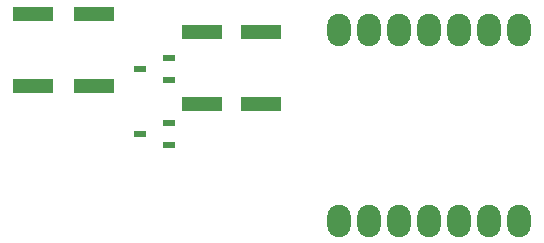
<source format=gbr>
%TF.GenerationSoftware,KiCad,Pcbnew,8.0.5-8.0.5-0~ubuntu22.04.1*%
%TF.CreationDate,2024-09-17T07:51:36-05:00*%
%TF.ProjectId,cheating-calc,63686561-7469-46e6-972d-63616c632e6b,rev?*%
%TF.SameCoordinates,Original*%
%TF.FileFunction,Paste,Top*%
%TF.FilePolarity,Positive*%
%FSLAX46Y46*%
G04 Gerber Fmt 4.6, Leading zero omitted, Abs format (unit mm)*
G04 Created by KiCad (PCBNEW 8.0.5-8.0.5-0~ubuntu22.04.1) date 2024-09-17 07:51:36*
%MOMM*%
%LPD*%
G01*
G04 APERTURE LIST*
G04 Aperture macros list*
%AMRoundRect*
0 Rectangle with rounded corners*
0 $1 Rounding radius*
0 $2 $3 $4 $5 $6 $7 $8 $9 X,Y pos of 4 corners*
0 Add a 4 corners polygon primitive as box body*
4,1,4,$2,$3,$4,$5,$6,$7,$8,$9,$2,$3,0*
0 Add four circle primitives for the rounded corners*
1,1,$1+$1,$2,$3*
1,1,$1+$1,$4,$5*
1,1,$1+$1,$6,$7*
1,1,$1+$1,$8,$9*
0 Add four rect primitives between the rounded corners*
20,1,$1+$1,$2,$3,$4,$5,0*
20,1,$1+$1,$4,$5,$6,$7,0*
20,1,$1+$1,$6,$7,$8,$9,0*
20,1,$1+$1,$8,$9,$2,$3,0*%
G04 Aperture macros list end*
%ADD10R,1.070000X0.600000*%
%ADD11R,3.460000X1.280000*%
%ADD12RoundRect,1.000000X-0.000010X0.375000X-0.000010X-0.375000X0.000010X-0.375000X0.000010X0.375000X0*%
G04 APERTURE END LIST*
D10*
%TO.C,Q1*%
X122740000Y-58950000D03*
X122740000Y-57050000D03*
X120260000Y-58000000D03*
%TD*%
D11*
%TO.C,R4*%
X125500000Y-61000000D03*
X125500000Y-54860000D03*
%TD*%
%TO.C,R2*%
X116350000Y-59450000D03*
X116350000Y-53310000D03*
%TD*%
D12*
%TO.C,U1*%
X152400000Y-54701000D03*
X149860000Y-54701000D03*
X147320000Y-54701000D03*
X144780000Y-54701000D03*
X142240000Y-54701000D03*
X139700000Y-54701000D03*
X137160000Y-54701000D03*
X137160000Y-70866000D03*
X139700000Y-70866000D03*
X142240000Y-70866000D03*
X144780000Y-70866000D03*
X147320000Y-70866000D03*
X149860000Y-70866000D03*
X152400000Y-70866000D03*
%TD*%
D11*
%TO.C,R3*%
X130500000Y-61000000D03*
X130500000Y-54860000D03*
%TD*%
D10*
%TO.C,Q2*%
X122740000Y-64450000D03*
X122740000Y-62550000D03*
X120260000Y-63500000D03*
%TD*%
D11*
%TO.C,R1*%
X111250000Y-59450000D03*
X111250000Y-53310000D03*
%TD*%
M02*

</source>
